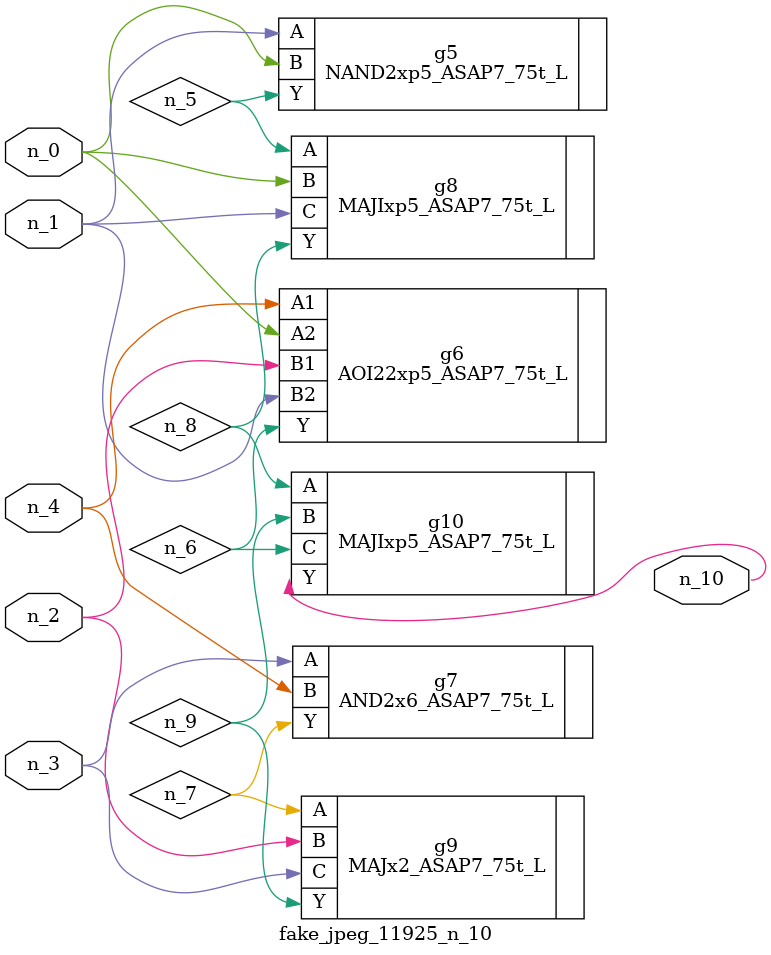
<source format=v>
module fake_jpeg_11925_n_10 (n_3, n_2, n_1, n_0, n_4, n_10);

input n_3;
input n_2;
input n_1;
input n_0;
input n_4;

output n_10;

wire n_8;
wire n_9;
wire n_6;
wire n_5;
wire n_7;

NAND2xp5_ASAP7_75t_L g5 ( 
.A(n_1),
.B(n_0),
.Y(n_5)
);

AOI22xp5_ASAP7_75t_L g6 ( 
.A1(n_4),
.A2(n_0),
.B1(n_2),
.B2(n_1),
.Y(n_6)
);

AND2x6_ASAP7_75t_L g7 ( 
.A(n_3),
.B(n_4),
.Y(n_7)
);

MAJIxp5_ASAP7_75t_L g8 ( 
.A(n_5),
.B(n_0),
.C(n_1),
.Y(n_8)
);

MAJIxp5_ASAP7_75t_L g10 ( 
.A(n_8),
.B(n_9),
.C(n_6),
.Y(n_10)
);

MAJx2_ASAP7_75t_L g9 ( 
.A(n_7),
.B(n_2),
.C(n_3),
.Y(n_9)
);


endmodule
</source>
